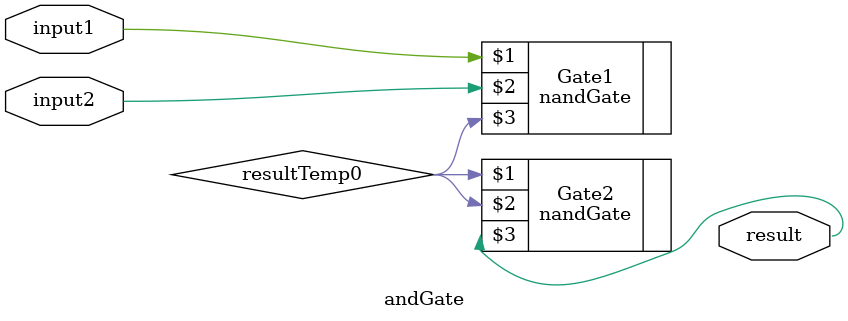
<source format=v>
module andGate(input1 ,input2, result);

input input1 ;
input input2 ;

output result;

wire resultTemp0;

nandGate Gate1(input1 ,input2 , resultTemp0);
nandGate Gate2(resultTemp0 , resultTemp0 , result);


endmodule

</source>
